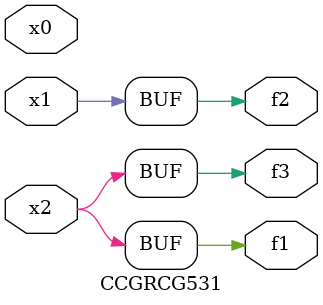
<source format=v>
module CCGRCG531(
	input x0, x1, x2,
	output f1, f2, f3
);
	assign f1 = x2;
	assign f2 = x1;
	assign f3 = x2;
endmodule

</source>
